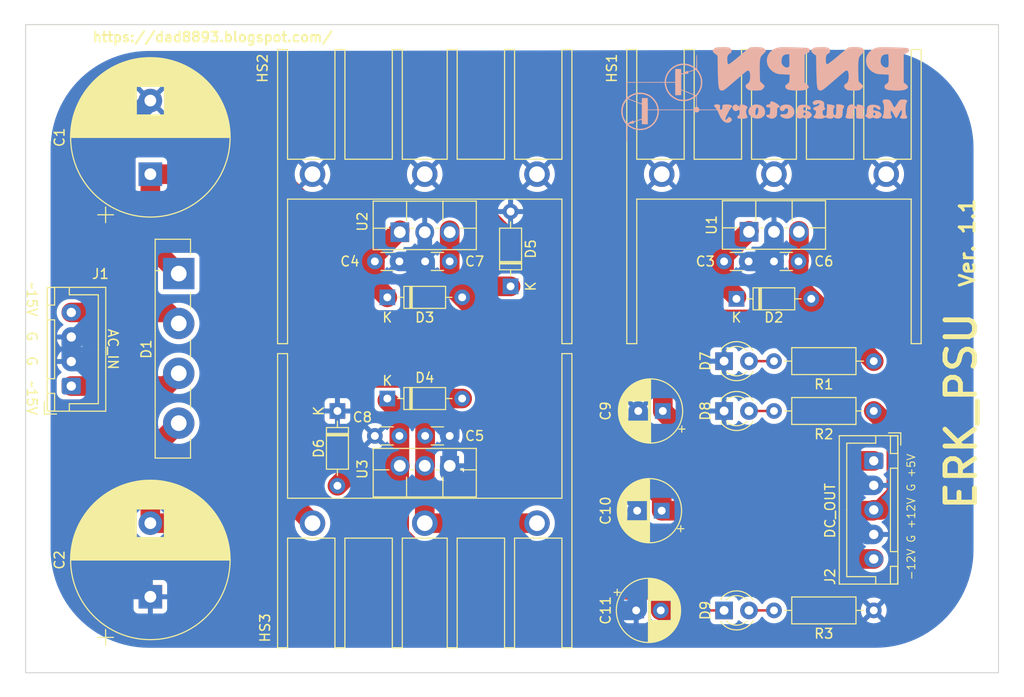
<source format=kicad_pcb>
(kicad_pcb (version 20211014) (generator pcbnew)
  (title_block (title "Dual 12V 5V PSU") (date "2023-01-30") (rev "Ver. 1.1") (company "PNPN Manufactory"))
  (layers (0 "F.Cu" signal) (31 "B.Cu" signal) (34 "B.Paste" user) (35 "F.Paste" user) (36 "B.SilkS" user "B.Silkscreen") (37 "F.SilkS" user "F.Silkscreen") (38 "B.Mask" user) (39 "F.Mask" user) (44 "Edge.Cuts" user))
  (net 0 "")
  (net 1 "/+15V")
  (net 2 "GND")
  (net 3 "/-15V")
  (net 4 "+5V")
  (net 5 "+12V")
  (net 6 "-12V")
  (net 7 "Net-(D1-Pad2)")
  (net 8 "Net-(D1-Pad3)")
  (net 9 "Net-(D7-Pad2)")
  (net 10 "Net-(D8-Pad2)")
  (net 11 "Net-(D9-Pad2)")
  (footprint "Capacitor_THT:C_Disc_D3.0mm_W1.6mm_P2.50mm" (layer "F.Cu") (at 167.64 90.17)
    (fp_text reference "C3" (at -1.905 0) (layer "F.SilkS"))
    (fp_text value "0.33u")
    (pad "1" thru_hole circle (at 0 0) (size 1.6 1.6) (drill 0.8) (layers *.Cu *.Mask) (net 1 "/+15V"))
    (pad "2" thru_hole circle (at 2.5 0) (size 1.6 1.6) (drill 0.8) (layers *.Cu *.Mask) (net 2 "GND"))
  )
  (footprint "Diode_THT:D_DO-35_SOD27_P7.62mm_Horizontal" (layer "F.Cu") (at 133.35 104.14)
    (fp_text reference "D4" (at 3.81 -2.12) (layer "F.SilkS"))
    (fp_text value "1S4")
    (fp_text user "K" (at 0 -1.8) (layer "F.SilkS"))
    (pad "1" thru_hole rect (at 0 0) (size 1.6 1.6) (drill 0.8) (layers *.Cu *.Mask) (net 6 "-12V"))
    (pad "2" thru_hole oval (at 7.62 0) (size 1.6 1.6) (drill 0.8) (layers *.Cu *.Mask) (net 3 "/-15V"))
  )
  (footprint "Resistor_THT:R_Axial_DIN0207_L6.3mm_D2.5mm_P10.16mm_Horizontal" (layer "F.Cu") (at 182.88 100.33 180)
    (fp_text reference "R1" (at 5.08 -2.37) (layer "F.SilkS"))
    (fp_text value "1k")
    (pad "1" thru_hole circle (at 0 0 180) (size 1.6 1.6) (drill 0.8) (layers *.Cu *.Mask) (net 4 "+5V"))
    (pad "2" thru_hole oval (at 10.16 0 180) (size 1.6 1.6) (drill 0.8) (layers *.Cu *.Mask) (net 9 "Net-(D7-Pad2)"))
  )
  (footprint "Diode_THT:D_DO-35_SOD27_P7.62mm_Horizontal" (layer "F.Cu") (at 168.9 93.98)
    (fp_text reference "D2" (at 3.81 1.905) (layer "F.SilkS"))
    (fp_text value "1S4")
    (fp_text user "K" (at 0 1.905) (layer "F.SilkS"))
    (pad "1" thru_hole rect (at 0 0) (size 1.6 1.6) (drill 0.8) (layers *.Cu *.Mask) (net 1 "/+15V"))
    (pad "2" thru_hole oval (at 7.62 0) (size 1.6 1.6) (drill 0.8) (layers *.Cu *.Mask) (net 4 "+5V"))
  )
  (footprint "Diode_THT:Diode_Bridge_Vishay_GBU" (layer "F.Cu") (at 112.11 91.41 -90)
    (fp_text reference "D1" (at 7.7 3.3 90) (layer "F.SilkS"))
    (fp_text value "GBU4J")
    (pad "1" thru_hole rect (at 0 0 270) (size 3.2 3.2) (drill 1.6) (layers *.Cu *.Mask) (net 1 "/+15V"))
    (pad "2" thru_hole circle (at 5.08 0 270) (size 3.2 3.2) (drill 1.6) (layers *.Cu *.Mask) (net 7 "Net-(D1-Pad2)"))
    (pad "3" thru_hole circle (at 10.16 0 270) (size 3.2 3.2) (drill 1.6) (layers *.Cu *.Mask) (net 8 "Net-(D1-Pad3)"))
    (pad "4" thru_hole circle (at 15.24 0 270) (size 3.2 3.2) (drill 1.6) (layers *.Cu *.Mask) (net 3 "/-15V"))
  )
  (footprint "Connector_JST:JST_XH_B5B-XH-A_1x05_P2.50mm_Vertical" (layer "F.Cu") (at 182.88 110.49 -90)
    (fp_text reference "J2" (at 11.8 4.445 90) (layer "F.SilkS"))
    (fp_text value "DC_OUT")
    (pad "1" thru_hole roundrect (at 0 0 270) (size 1.7 1.95) (drill 0.95) (layers *.Cu *.Mask) (roundrect_rratio 0.1470588235) (net 4 "+5V"))
    (pad "2" thru_hole oval (at 2.5 0 270) (size 1.7 1.95) (drill 0.95) (layers *.Cu *.Mask) (net 2 "GND"))
    (pad "3" thru_hole oval (at 5 0 270) (size 1.7 1.95) (drill 0.95) (layers *.Cu *.Mask) (net 5 "+12V"))
    (pad "4" thru_hole oval (at 7.5 0 270) (size 1.7 1.95) (drill 0.95) (layers *.Cu *.Mask) (net 2 "GND"))
    (pad "5" thru_hole oval (at 10 0 270) (size 1.7 1.95) (drill 0.95) (layers *.Cu *.Mask) (net 6 "-12V"))
  )
  (footprint "Resistor_THT:R_Axial_DIN0207_L6.3mm_D2.5mm_P10.16mm_Horizontal" (layer "F.Cu") (at 182.88 105.41 180)
    (fp_text reference "R2" (at 5.08 -2.37) (layer "F.SilkS"))
    (fp_text value "4.7k")
    (pad "1" thru_hole circle (at 0 0 180) (size 1.6 1.6) (drill 0.8) (layers *.Cu *.Mask) (net 5 "+12V"))
    (pad "2" thru_hole oval (at 10.16 0 180) (size 1.6 1.6) (drill 0.8) (layers *.Cu *.Mask) (net 10 "Net-(D8-Pad2)"))
  )
  (footprint "Diode_THT:D_DO-35_SOD27_P7.62mm_Horizontal" (layer "F.Cu") (at 145.9 92.71 90)
    (fp_text reference "D5" (at 3.81 2.055 90) (layer "F.SilkS"))
    (fp_text value "1S4")
    (fp_text user "K" (at 0 2.055 90) (layer "F.SilkS"))
    (pad "1" thru_hole rect (at 0 0 90) (size 1.6 1.6) (drill 0.8) (layers *.Cu *.Mask) (net 5 "+12V"))
    (pad "2" thru_hole oval (at 7.62 0 90) (size 1.6 1.6) (drill 0.8) (layers *.Cu *.Mask) (net 2 "GND"))
  )
  (footprint "Capacitor_THT:CP_Radial_D6.3mm_P2.50mm" (layer "F.Cu") (at 161.4 105.41 180)
    (fp_text reference "C9" (at 5.825 0 90) (layer "F.SilkS"))
    (fp_text value "100u")
    (pad "1" thru_hole rect (at 0 0 180) (size 1.6 1.6) (drill 0.8) (layers *.Cu *.Mask) (net 4 "+5V"))
    (pad "2" thru_hole circle (at 2.5 0 180) (size 1.6 1.6) (drill 0.8) (layers *.Cu *.Mask) (net 2 "GND"))
  )
  (footprint "Package_TO_SOT_THT:TO-220F-3_Vertical" (layer "F.Cu") (at 134.62 87.195)
    (fp_text reference "U2" (at -3.81 -1.082 90) (layer "F.SilkS"))
    (fp_text value "L7812")
    (pad "1" thru_hole rect (at 0 0) (size 1.905 2) (drill 1.2) (layers *.Cu *.Mask) (net 1 "/+15V"))
    (pad "2" thru_hole oval (at 2.54 0) (size 1.905 2) (drill 1.2) (layers *.Cu *.Mask) (net 2 "GND"))
    (pad "3" thru_hole oval (at 5.08 0) (size 1.905 2) (drill 1.2) (layers *.Cu *.Mask) (net 5 "+12V"))
  )
  (footprint "Capacitor_THT:C_Disc_D3.0mm_W1.6mm_P2.50mm" (layer "F.Cu") (at 175.22 90.17 180)
    (fp_text reference "C6" (at -2.58 0) (layer "F.SilkS"))
    (fp_text value "0.1u")
    (pad "1" thru_hole circle (at 0 0 180) (size 1.6 1.6) (drill 0.8) (layers *.Cu *.Mask) (net 4 "+5V"))
    (pad "2" thru_hole circle (at 2.5 0 180) (size 1.6 1.6) (drill 0.8) (layers *.Cu *.Mask) (net 2 "GND"))
  )
  (footprint "myfootprint:Heatsink_30PC030" (layer "F.Cu") (at 172.72 81.28 -90)
    (fp_text reference "HS1" (at -10.795 16.51 90) (layer "F.SilkS"))
    (fp_text value "Heatsink")
    (pad "1" thru_hole circle (at 0 0 270) (size 2.6 2.6) (drill 1.6) (layers *.Cu *.Mask) (net 2 "GND"))
    (pad "2" thru_hole circle (at 0 11.43 270) (size 2.6 2.6) (drill 1.6) (layers *.Cu *.Mask) (net 2 "GND"))
    (pad "3" thru_hole circle (at 0 -11.43 270) (size 2.6 2.6) (drill 1.6) (layers *.Cu *.Mask) (net 2 "GND"))
  )
  (footprint "Connector_JST:JST_XH_B4B-XH-A_1x04_P2.50mm_Vertical" (layer "F.Cu") (at 101.17 102.87 90)
    (fp_text reference "J1" (at 11.43 2.97 180) (layer "F.SilkS"))
    (fp_text value "AC_IN")
    (pad "1" thru_hole roundrect (at 0 0 90) (size 1.7 1.95) (drill 0.95) (layers *.Cu *.Mask) (roundrect_rratio 0.1470588235) (net 8 "Net-(D1-Pad3)"))
    (pad "2" thru_hole oval (at 2.5 0 90) (size 1.7 1.95) (drill 0.95) (layers *.Cu *.Mask) (net 2 "GND"))
    (pad "3" thru_hole oval (at 5 0 90) (size 1.7 1.95) (drill 0.95) (layers *.Cu *.Mask) (net 2 "GND"))
    (pad "4" thru_hole oval (at 7.5 0 90) (size 1.7 1.95) (drill 0.95) (layers *.Cu *.Mask) (net 7 "Net-(D1-Pad2)"))
  )
  (footprint "Capacitor_THT:C_Disc_D3.0mm_W1.6mm_P2.50mm" (layer "F.Cu") (at 132.08 90.17)
    (fp_text reference "C4" (at -2.54 0) (layer "F.SilkS"))
    (fp_text value "0.33u")
    (pad "1" thru_hole circle (at 0 0) (size 1.6 1.6) (drill 0.8) (layers *.Cu *.Mask) (net 1 "/+15V"))
    (pad "2" thru_hole circle (at 2.5 0) (size 1.6 1.6) (drill 0.8) (layers *.Cu *.Mask) (net 2 "GND"))
  )
  (footprint "Capacitor_THT:CP_Radial_D6.3mm_P2.50mm" (layer "F.Cu") (at 161.29 115.57 180)
    (fp_text reference "C10" (at 5.715 0 90) (layer "F.SilkS"))
    (fp_text value "100u")
    (pad "1" thru_hole rect (at 0 0 180) (size 1.6 1.6) (drill 0.8) (layers *.Cu *.Mask) (net 5 "+12V"))
    (pad "2" thru_hole circle (at 2.5 0 180) (size 1.6 1.6) (drill 0.8) (layers *.Cu *.Mask) (net 2 "GND"))
  )
  (footprint "Diode_THT:D_DO-35_SOD27_P7.62mm_Horizontal" (layer "F.Cu") (at 128.27 105.41 -90)
    (fp_text reference "D6" (at 3.81 1.905 90) (layer "F.SilkS"))
    (fp_text value "1S4")
    (fp_text user "K" (at 0 1.905 90) (layer "F.SilkS"))
    (pad "1" thru_hole rect (at 0 0 270) (size 1.6 1.6) (drill 0.8) (layers *.Cu *.Mask) (net 2 "GND"))
    (pad "2" thru_hole oval (at 7.62 0 270) (size 1.6 1.6) (drill 0.8) (layers *.Cu *.Mask) (net 6 "-12V"))
  )
  (footprint "MountingHole:MountingHole_3.2mm_M3" (layer "F.Cu") (at 99.06 68.7205)
    (fp_text reference "H1")
    (fp_text value "MountingHole")
    (pad "" np_thru_hole circle (at 0 0) (size 3.2 3.2) (drill 3.2) (layers *.Cu *.Mask))
  )
  (footprint "MountingHole:MountingHole_3.2mm_M3" (layer "F.Cu") (at 193.04 68.58)
    (fp_text reference "H2")
    (fp_text value "MountingHole")
    (pad "" np_thru_hole circle (at 0 0) (size 3.2 3.2) (drill 3.2) (layers *.Cu *.Mask))
  )
  (footprint "LED_THT:LED_D3.0mm" (layer "F.Cu") (at 167.64 105.41)
    (fp_text reference "D8" (at -1.905 0 90) (layer "F.SilkS"))
    (fp_text value "RED")
    (pad "1" thru_hole rect (at 0 0) (size 1.8 1.8) (drill 0.9) (layers *.Cu *.Mask) (net 2 "GND"))
    (pad "2" thru_hole circle (at 2.54 0) (size 1.8 1.8) (drill 0.9) (layers *.Cu *.Mask) (net 10 "Net-(D8-Pad2)"))
  )
  (footprint "Capacitor_THT:C_Disc_D3.0mm_W1.6mm_P2.50mm" (layer "F.Cu") (at 139.7 107.95 180)
    (fp_text reference "C5" (at -2.54 0) (layer "F.SilkS"))
    (fp_text value "0.33u")
    (pad "1" thru_hole circle (at 0 0 180) (size 1.6 1.6) (drill 0.8) (layers *.Cu *.Mask) (net 2 "GND"))
    (pad "2" thru_hole circle (at 2.5 0 180) (size 1.6 1.6) (drill 0.8) (layers *.Cu *.Mask) (net 3 "/-15V"))
  )
  (footprint "MountingHole:MountingHole_3.2mm_M3" (layer "F.Cu") (at 193.04 129.54)
    (fp_text reference "H4")
    (fp_text value "MountingHole")
    (pad "" np_thru_hole circle (at 0 0) (size 3.2 3.2) (drill 3.2) (layers *.Cu *.Mask))
  )
  (footprint "Capacitor_THT:C_Disc_D3.0mm_W1.6mm_P2.50mm" (layer "F.Cu") (at 139.7 90.17 180)
    (fp_text reference "C7" (at -2.54 0) (layer "F.SilkS"))
    (fp_text value "0.1u")
    (pad "1" thru_hole circle (at 0 0 180) (size 1.6 1.6) (drill 0.8) (layers *.Cu *.Mask) (net 5 "+12V"))
    (pad "2" thru_hole circle (at 2.5 0 180) (size 1.6 1.6) (drill 0.8) (layers *.Cu *.Mask) (net 2 "GND"))
  )
  (footprint "Package_TO_SOT_THT:TO-220F-3_Vertical" (layer "F.Cu") (at 139.7 110.998 180)
    (fp_text reference "U3" (at 8.89 -0.342 90) (layer "F.SilkS"))
    (fp_text value "L7912")
    (pad "1" thru_hole rect (at 0 0 180) (size 1.905 2) (drill 1.2) (layers *.Cu *.Mask) (net 2 "GND"))
    (pad "2" thru_hole oval (at 2.54 0 180) (size 1.905 2) (drill 1.2) (layers *.Cu *.Mask) (net 3 "/-15V"))
    (pad "3" thru_hole oval (at 5.08 0 180) (size 1.905 2) (drill 1.2) (layers *.Cu *.Mask) (net 6 "-12V"))
  )
  (footprint "Capacitor_THT:CP_Radial_D16.0mm_P7.50mm" (layer "F.Cu") (at 109.22 124.34 90)
    (fp_text reference "C2" (at 3.75 -9.25 90) (layer "F.SilkS"))
    (fp_text value "2200u")
    (pad "1" thru_hole rect (at 0 0 90) (size 2.4 2.4) (drill 1.2) (layers *.Cu *.Mask) (net 2 "GND"))
    (pad "2" thru_hole circle (at 7.5 0 90) (size 2.4 2.4) (drill 1.2) (layers *.Cu *.Mask) (net 3 "/-15V"))
  )
  (footprint "myfootprint:Heatsink_30PC030" (layer "F.Cu") (at 137.16 81.28 -90)
    (fp_text reference "HS2" (at -10.795 16.51 90) (layer "F.SilkS"))
    (fp_text value "Heatsink")
    (pad "1" thru_hole circle (at 0 0 270) (size 2.6 2.6) (drill 1.6) (layers *.Cu *.Mask) (net 2 "GND"))
    (pad "2" thru_hole circle (at 0 11.43 270) (size 2.6 2.6) (drill 1.6) (layers *.Cu *.Mask) (net 2 "GND"))
    (pad "3" thru_hole circle (at 0 -11.43 270) (size 2.6 2.6) (drill 1.6) (layers *.Cu *.Mask) (net 2 "GND"))
  )
  (footprint "LED_THT:LED_D3.0mm" (layer "F.Cu") (at 167.64 100.33)
    (fp_text reference "D7" (at -1.905 0 90) (layer "F.SilkS"))
    (fp_text value "GREEN")
    (pad "1" thru_hole rect (at 0 0) (size 1.8 1.8) (drill 0.9) (layers *.Cu *.Mask) (net 2 "GND"))
    (pad "2" thru_hole circle (at 2.54 0) (size 1.8 1.8) (drill 0.9) (layers *.Cu *.Mask) (net 9 "Net-(D7-Pad2)"))
  )
  (footprint "Capacitor_THT:CP_Radial_D6.3mm_P2.50mm" (layer "F.Cu") (at 158.69 125.73)
    (fp_text reference "C11" (at -3.115 0 90) (layer "F.SilkS"))
    (fp_text value "100u")
    (pad "1" thru_hole rect (at 0 0) (size 1.6 1.6) (drill 0.8) (layers *.Cu *.Mask) (net 2 "GND"))
    (pad "2" thru_hole circle (at 2.5 0) (size 1.6 1.6) (drill 0.8) (layers *.Cu *.Mask) (net 6 "-12V"))
  )
  (footprint "MountingHole:MountingHole_3.2mm_M3" (layer "F.Cu") (at 99.06 129.54)
    (fp_text reference "H3")
    (fp_text value "MountingHole")
    (pad "" np_thru_hole circle (at 0 0) (size 3.2 3.2) (drill 3.2) (layers *.Cu *.Mask))
  )
  (footprint "Package_TO_SOT_THT:TO-220F-3_Vertical" (layer "F.Cu") (at 170.18 87.155)
    (fp_text reference "U1" (at -3.81 -0.695 90) (layer "F.SilkS"))
    (fp_text value "L7805")
    (pad "1" thru_hole rect (at 0 0) (size 1.905 2) (drill 1.2) (layers *.Cu *.Mask) (net 1 "/+15V"))
    (pad "2" thru_hole oval (at 2.54 0) (size 1.905 2) (drill 1.2) (layers *.Cu *.Mask) (net 2 "GND"))
    (pad "3" thru_hole oval (at 5.08 0) (size 1.905 2) (drill 1.2) (layers *.Cu *.Mask) (net 4 "+5V"))
  )
  (footprint "Capacitor_THT:CP_Radial_D16.0mm_P7.50mm" (layer "F.Cu") (at 109.22 81.28 90)
    (fp_text reference "C1" (at 3.75 -9.25 90) (layer "F.SilkS"))
    (fp_text value "2200u")
    (pad "1" thru_hole rect (at 0 0 90) (size 2.4 2.4) (drill 1.2) (layers *.Cu *.Mask) (net 1 "/+15V"))
    (pad "2" thru_hole circle (at 7.5 0 90) (size 2.4 2.4) (drill 1.2) (layers *.Cu *.Mask) (net 2 "GND"))
  )
  (footprint "myfootprint:Heatsink_30PC030" (layer "F.Cu") (at 137.16 116.84 90)
    (fp_text reference "HS3" (at -10.668 -16.256 90) (layer "F.SilkS"))
    (fp_text value "Heatsink")
    (pad "1" thru_hole circle (at 0 0 90) (size 2.6 2.6) (drill 1.6) (layers *.Cu *.Mask) (net 3 "/-15V"))
    (pad "2" thru_hole circle (at 0 11.43 90) (size 2.6 2.6) (drill 1.6) (layers *.Cu *.Mask) (net 3 "/-15V"))
    (pad "3" thru_hole circle (at 0 -11.43 90) (size 2.6 2.6) (drill 1.6) (layers *.Cu *.Mask) (net 3 "/-15V"))
  )
  (footprint "Resistor_THT:R_Axial_DIN0207_L6.3mm_D2.5mm_P10.16mm_Horizontal" (layer "F.Cu") (at 182.88 125.73 180)
    (fp_text reference "R3" (at 5.08 -2.37) (layer "F.SilkS"))
    (fp_text value "4.7k")
    (pad "1" thru_hole circle (at 0 0 180) (size 1.6 1.6) (drill 0.8) (layers *.Cu *.Mask) (net 2 "GND"))
    (pad "2" thru_hole oval (at 10.16 0 180) (size 1.6 1.6) (drill 0.8) (layers *.Cu *.Mask) (net 11 "Net-(D9-Pad2)"))
  )
  (footprint "Diode_THT:D_DO-35_SOD27_P7.62mm_Horizontal" (layer "F.Cu") (at 133.35 93.83)
    (fp_text reference "D3" (at 3.81 2.055) (layer "F.SilkS"))
    (fp_text value "1S4")
    (fp_text user "K" (at 0 2.055) (layer "F.SilkS"))
    (pad "1" thru_hole rect (at 0 0) (size 1.6 1.6) (drill 0.8) (layers *.Cu *.Mask) (net 1 "/+15V"))
    (pad "2" thru_hole oval (at 7.62 0) (size 1.6 1.6) (drill 0.8) (layers *.Cu *.Mask) (net 5 "+12V"))
  )
  (footprint "LED_THT:LED_D3.0mm" (layer "F.Cu") (at 167.64 125.73)
    (fp_text reference "D9" (at -1.905 0 90) (layer "F.SilkS"))
    (fp_text value "BLUE")
    (pad "1" thru_hole rect (at 0 0) (size 1.8 1.8) (drill 0.9) (layers *.Cu *.Mask) (net 6 "-12V"))
    (pad "2" thru_hole circle (at 2.54 0) (size 1.8 1.8) (drill 0.9) (layers *.Cu *.Mask) (net 11 "Net-(D9-Pad2)"))
  )
  (footprint "Capacitor_THT:C_Disc_D3.0mm_W1.6mm_P2.50mm" (layer "F.Cu") (at 132.08 107.95)
    (fp_text reference "C8" (at -1.27 -1.905) (layer "F.SilkS"))
    (fp_text value "0.1u")
    (pad "1" thru_hole circle (at 0 0) (size 1.6 1.6) (drill 0.8) (layers *.Cu *.Mask) (net 2 "GND"))
    (pad "2" thru_hole circle (at 2.5 0) (size 1.6 1.6) (drill 0.8) (layers *.Cu *.Mask) (net 6 "-12V"))
  )
  (footprint "myfootprint:Silk_PNPN_Manufactory_400dpi" (layer "B.Cu") (at 176.53 71.755 180)
    (fp_text reference "G***" hide)
    (fp_text value "LOGO" hide)
  )
  (footprint "myfootprint:Silk_PNPN_Thyristor_1000dpi" (layer "B.Cu") (at 161.925 73.66 180)
    (fp_text reference "G***" hide)
    (fp_text value "LOGO" hide)
  )
  (gr_line (start 195.58 66.04) (end 195.58 132.08) (layer "Edge.Cuts") (width 0.1))
  (gr_line (start 96.52 66.04) (end 195.58 66.04) (layer "Edge.Cuts") (width 0.1))
  (gr_line (start 96.52 132.08) (end 96.52 66.04) (layer "Edge.Cuts") (width 0.1))
  (gr_line (start 195.58 132.08) (end 96.52 132.08) (layer "Edge.Cuts") (width 0.1))
  (gr_text "~15V  G  G  ~15V" (at 97.155 99.06 270) (layer "F.SilkS") (effects (font (size 1 1))))
  (gr_text "-12V G +12V G +5V" (at 186.69 116.205 90) (layer "F.SilkS") (effects (font (size 0.8 0.8) (thickness 0.1))))
  (gr_text "ERK_PSU" (at 191.77 105.41 90) (layer "F.SilkS") (effects (font (size 3 3) (thickness 0.5))))
  (gr_text "https://dad8893.blogspot.com/" (at 115.57 67.31) (layer "F.SilkS") (effects (font (size 1 1) (thickness 0.2))))
  (gr_text "Ver. 1.1" (at 192.405 88.265 90) (layer "F.SilkS") (effects (font (size 1.5 1.5) (thickness 0.3))))
  (gr_text "AC_IN" (at 105.41 99.12 270) (layer "F.SilkS") (effects (font (size 1 1))))
  (gr_text "DC_OUT" (at 178.435 115.57 90) (layer "F.SilkS") (effects (font (size 1 1))))
  (segment (start 167.64 92.52) (end 168.9 93.78) (width 2) (layer "F.Cu") (net 1))
  (segment (start 120.65 90.17) (end 111.76 81.28) (width 2) (layer "F.Cu") (net 1))
  (segment (start 132.08 89.535) (end 134.62 86.995) (width 2) (layer "F.Cu") (net 1))
  (segment (start 167.64 90.17) (end 167.64 89.595) (width 2) (layer "F.Cu") (net 1))
  (segment (start 167.64 90.17) (end 167.64 92.52) (width 2) (layer "F.Cu") (net 1))
  (segment (start 111.76 81.28) (end 121.92 81.28) (width 2) (layer "F.Cu") (net 1))
  (segment (start 148.010151 90.17) (end 167.64 90.17) (width 2) (layer "F.Cu") (net 1))
  (segment (start 142.060302 84.220151) (end 148.010151 90.17) (width 2) (layer "F.Cu") (net 1))
  (segment (start 109.22 81.28) (end 109.22 88.52) (width 2) (layer "F.Cu") (net 1))
  (segment (start 132.08 90.17) (end 132.08 89.535) (width 2) (layer "F.Cu") (net 1))
  (segment (start 132.08 90.17) (end 120.65 90.17) (width 2) (layer "F.Cu") (net 1))
  (segment (start 109.22 81.28) (end 111.76 81.28) (width 2) (layer "F.Cu") (net 1))
  (segment (start 124.860151 84.220151) (end 142.060302 84.220151) (width 2) (layer "F.Cu") (net 1))
  (segment (start 121.92 81.28) (end 124.860151 84.220151) (width 2) (layer "F.Cu") (net 1))
  (segment (start 132.08 90.17) (end 132.08 92.56) (width 2) (layer "F.Cu") (net 1))
  (segment (start 132.08 92.56) (end 133.35 93.83) (width 2) (layer "F.Cu") (net 1))
  (segment (start 167.64 89.595) (end 170.18 87.055) (width 2) (layer "F.Cu") (net 1))
  (segment (start 109.22 88.52) (end 112.11 91.41) (width 2) (layer "F.Cu") (net 1))
  (segment (start 106.68 104.862969) (end 106.68 121.8) (width 2) (layer "B.Cu") (net 2))
  (segment (start 101.17 97.87) (end 101.835559 97.87) (width 2) (layer "B.Cu") (net 2))
  (segment (start 158.69 125.73) (end 153.803044 125.73) (width 2) (layer "B.Cu") (net 2))
  (segment (start 101.17 100.37) (end 102.187031 100.37) (width 2) (layer "B.Cu") (net 2))
  (segment (start 101.835559 97.87) (end 106.72 92.985559) (width 2) (layer "B.Cu") (net 2))
  (segment (start 180.605 111.732031) (end 181.862969 112.99) (width 2) (layer "B.Cu") (net 2))
  (segment (start 137.16 90.13) (end 137.2 90.17) (width 1.5) (layer "B.Cu") (net 2))
  (segment (start 137.2 90.17) (end 134.58 90.17) (width 2) (layer "B.Cu") (net 2))
  (segment (start 102.187031 100.37) (end 106.68 104.862969) (width 2) (layer "B.Cu") (net 2))
  (segment (start 106.72 92.985559) (end 106.72 76.28) (width 2) (layer "B.Cu") (net 2))
  (segment (start 139.7 111.626956) (end 139.7 110.998) (width 2) (layer "B.Cu") (net 2))
  (segment (start 139.7 107.480151) (end 139.7 107.95) (width 2) (layer "B.Cu") (net 2))
  (segment (start 180.605 105.245151) (end 180.605 110.755) (width 2) (layer "B.Cu") (net 2))
  (segment (start 181.862969 112.99) (end 182.88 112.99) (width 2) (layer "B.Cu") (net 2))
  (segment (start 172.72 87.055) (end 172.72 90.17) (width 2) (layer "B.Cu") (net 2))
  (segment (start 106.68 121.8) (end 109.22 124.34) (width 2) (layer "B.Cu") (net 2))
  (segment (start 180.605 116.380559) (end 180.605 110.755) (width 2) (layer "B.Cu") (net 2))
  (segment (start 101.17 97.87) (end 101.17 100.37) (width 2) (layer "B.Cu") (net 2))
  (segment (start 172.72 90.17) (end 172.72 97.360151) (width 2) (layer "B.Cu") (net 2))
  (segment (start 158.9 105.41) (end 158.9 115.46) (width 2) (layer "B.Cu") (net 2))
  (segment (start 172.72 97.360151) (end 180.605 105.245151) (width 2) (layer "B.Cu") (net 2))
  (segment (start 182.214441 117.99) (end 180.605 116.380559) (width 2) (layer "B.Cu") (net 2))
  (segment (start 137.16 86.995) (end 137.16 90.13) (width 1.5) (layer "B.Cu") (net 2))
  (segment (start 139.7 107.95) (end 139.7 110.998) (width 1.5) (layer "B.Cu") (net 2))
  (segment (start 153.803044 125.73) (end 139.7 111.626956) (width 2) (layer "B.Cu") (net 2))
  (segment (start 137.2 104.980151) (end 139.7 107.480151) (width 2) (layer "B.Cu") (net 2))
  (segment (start 158.79 125.63) (end 158.69 125.73) (width 2) (layer "B.Cu") (net 2))
  (segment (start 180.605 110.755) (end 180.605 111.732031) (width 2) (layer "B.Cu") (net 2))
  (segment (start 182.88 117.99) (end 182.214441 117.99) (width 2) (layer "B.Cu") (net 2))
  (segment (start 172.72 90.17) (end 170.14 90.17) (width 2) (layer "B.Cu") (net 2))
  (segment (start 106.72 76.28) (end 109.22 73.78) (width 2) (layer "B.Cu") (net 2))
  (segment (start 158.79 115.57) (end 158.79 125.63) (width 2) (layer "B.Cu") (net 2))
  (segment (start 158.9 115.46) (end 158.79 115.57) (width 2) (layer "B.Cu") (net 2))
  (segment (start 137.2 90.17) (end 137.2 104.980151) (width 2) (layer "B.Cu") (net 2))
  (segment (start 135.45 102.04) (end 137.2 103.79) (width 2) (layer "F.Cu") (net 3))
  (segment (start 137.24 104.14) (end 137.2 104.18) (width 2) (layer "F.Cu") (net 3))
  (segment (start 109.22 109.54) (end 112.11 106.65) (width 2) (layer "F.Cu") (net 3))
  (segment (start 137.2 107.95) (end 137.2 110.958) (width 2) (layer "F.Cu") (net 3))
  (segment (start 111.76 116.84) (end 118.745 109.855) (width 2) (layer "F.Cu") (net 3))
  (segment (start 137.16 116.84) (end 148.59 116.84) (width 2) (layer "F.Cu") (net 3))
  (segment (start 109.22 116.84) (end 111.76 116.84) (width 2) (layer "F.Cu") (net 3))
  (segment (start 118.745 109.855) (end 126.56 102.04) (width 2) (layer "F.Cu") (net 3))
  (segment (start 137.2 110.958) (end 137.16 110.998) (width 2) (layer "F.Cu") (net 3))
  (segment (start 137.16 110.998) (end 137.16 116.84) (width 2) (layer "F.Cu") (net 3))
  (segment (start 140.97 104.14) (end 137.24 104.14) (width 2) (layer "F.Cu") (net 3))
  (segment (start 126.56 102.04) (end 135.45 102.04) (width 2) (layer "F.Cu") (net 3))
  (segment (start 137.2 103.79) (end 137.2 104.18) (width 2) (layer "F.Cu") (net 3))
  (segment (start 137.2 104.18) (end 137.2 107.95) (width 2) (layer "F.Cu") (net 3))
  (segment (start 109.22 116.84) (end 109.22 109.54) (width 2) (layer "F.Cu") (net 3))
  (segment (start 125.73 116.84) (end 118.745 109.855) (width 2) (layer "F.Cu") (net 3))
  (segment (start 175.26 87.055) (end 175.26 90.13) (width 2) (layer "F.Cu") (net 4))
  (segment (start 176.52 93.98) (end 174.42 96.08) (width 2) (layer "F.Cu") (net 4))
  (segment (start 161.4 102.17) (end 161.4 105.41) (width 2) (layer "F.Cu") (net 4))
  (segment (start 174.42 96.08) (end 167.49 96.08) (width 2) (layer "F.Cu") (net 4))
  (segment (start 175.22 90.17) (end 175.22 92.68) (width 2) (layer "F.Cu") (net 4))
  (segment (start 175.22 92.68) (end 176.52 93.98) (width 2) (layer "F.Cu") (net 4))
  (segment (start 175.26 90.13) (end 175.22 90.17) (width 2) (layer "F.Cu") (net 4))
  (segment (start 176.53 93.98) (end 182.88 100.33) (width 2) (layer "F.Cu") (net 4))
  (segment (start 176.52 93.98) (end 176.53 93.98) (width 2) (layer "F.Cu") (net 4))
  (segment (start 166.48 110.49) (end 182.88 110.49) (width 2) (layer "F.Cu") (net 4))
  (segment (start 167.49 96.08) (end 161.4 102.17) (width 2) (layer "F.Cu") (net 4))
  (segment (start 161.4 105.41) (end 166.48 110.49) (width 2) (layer "F.Cu") (net 4))
  (segment (start 142.09 92.71) (end 140.97 93.83) (width 2) (layer "F.Cu") (net 5))
  (segment (start 185.18 107.71) (end 185.18 113.855559) (width 2) (layer "F.Cu") (net 5))
  (segment (start 140.97 93.83) (end 161.29 114.15) (width 2) (layer "F.Cu") (net 5))
  (segment (start 183.545559 115.49) (end 182.88 115.49) (width 2) (layer "F.Cu") (net 5))
  (segment (start 145.9 92.71) (end 142.09 92.71) (width 2) (layer "F.Cu") (net 5))
  (segment (start 161.29 114.15) (end 161.29 115.57) (width 2) (layer "F.Cu") (net 5))
  (segment (start 139.7 92.56) (end 140.97 93.83) (width 2) (layer "F.Cu") (net 5))
  (segment (start 182.8 115.57) (end 182.88 115.49) (width 2) (layer "F.Cu") (net 5))
  (segment (start 139.7 90.17) (end 139.7 92.56) (width 2) (layer "F.Cu") (net 5))
  (segment (start 139.7 86.995) (end 139.7 90.17) (width 2) (layer "F.Cu") (net 5))
  (segment (start 161.29 115.57) (end 182.8 115.57) (width 2) (layer "F.Cu") (net 5))
  (segment (start 185.18 113.855559) (end 183.545559 115.49) (width 2) (layer "F.Cu") (net 5))
  (segment (start 182.88 105.41) (end 185.18 107.71) (width 2) (layer "F.Cu") (net 5))
  (segment (start 134.58 110.958) (end 134.62 110.998) (width 2) (layer "F.Cu") (net 6))
  (segment (start 130.302 110.998) (end 128.27 113.03) (width 2) (layer "F.Cu") (net 6))
  (segment (start 134.62 110.998) (end 134.56 111.058) (width 2) (layer "F.Cu") (net 6))
  (segment (start 160.46 123.63) (end 161.19 124.36) (width 2) (layer "F.Cu") (net 6))
  (segment (start 134.58 105.57) (end 133.35 104.34) (width 2) (layer "F.Cu") (net 6))
  (segment (start 134.58 107.95) (end 134.58 105.57) (width 2) (layer "F.Cu") (net 6))
  (segment (start 134.58 107.95) (end 134.58 110.958) (width 2) (layer "F.Cu") (net 6))
  (segment (start 168.75 120.49) (end 182.88 120.49) (width 2) (layer "F.Cu") (net 6))
  (segment (start 167.64 125.73) (end 163.51 125.73) (width 0.25) (layer "F.Cu") (net 6))
  (segment (start 134.56 118.05) (end 140.14 123.63) (width 2) (layer "F.Cu") (net 6))
  (segment (start 163.51 125.73) (end 168.75 120.49) (width 2) (layer "F.Cu") (net 6))
  (segment (start 161.19 124.36) (end 161.19 125.73) (width 2) (layer "F.Cu") (net 6))
  (segment (start 134.56 111.058) (end 134.56 118.05) (width 2) (layer "F.Cu") (net 6))
  (segment (start 134.62 110.998) (end 130.302 110.998) (width 2) (layer "F.Cu") (net 6))
  (segment (start 140.14 123.63) (end 160.46 123.63) (width 2) (layer "F.Cu") (net 6))
  (segment (start 161.19 125.73) (end 163.51 125.73) (width 2) (layer "F.Cu") (net 6))
  (segment (start 101.17 95.37) (end 110.99 95.37) (width 2) (layer "F.Cu") (net 7))
  (segment (start 110.99 95.37) (end 112.11 96.49) (width 2) (layer "F.Cu") (net 7))
  (segment (start 110.81 102.87) (end 112.11 101.57) (width 2) (layer "F.Cu") (net 8))
  (segment (start 101.17 102.87) (end 110.81 102.87) (width 2) (layer "F.Cu") (net 8))
  (segment (start 170.18 100.33) (end 172.72 100.33) (width 0.25) (layer "F.Cu") (net 9))
  (segment (start 170.18 105.41) (end 172.72 105.41) (width 0.25) (layer "F.Cu") (net 10))
  (segment (start 170.18 125.73) (end 172.72 125.73) (width 0.25) (layer "F.Cu") (net 11))
  (zone (net 2) (net_name "GND") (layer "B.Cu") (connect_pads (clearance 0.508)) (min_thickness 0.254) (fill yes (thermal_gap 0.508) (thermal_bridge_width 0.508) (smoothing fillet) (radius 10))
    (polygon (pts (xy 193.04 68.58) (xy 193.04 129.54) (xy 99.06 129.54) (xy 99.06 68.7205) (xy 123.19 68.7205)))
  )
)
</source>
